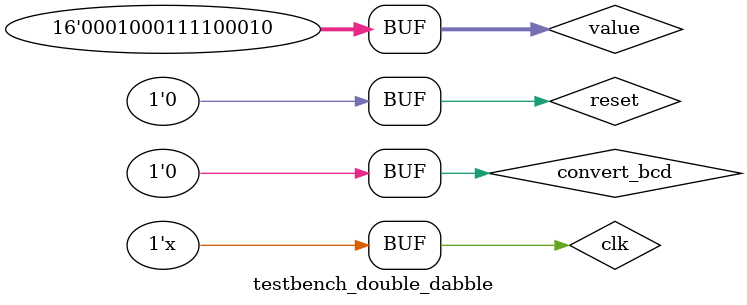
<source format=v>
`timescale 1ns/100ps
module testbench_double_dabble;
reg clk, reset, convert_bcd;
reg [15:0] value;

wire [3:0] digit_0, digit_1, digit_2, digit_3, digit_4, digit_5;

//SPI_Master SPI_Master_inst(.clk(clk), .reset(reset), .instruction(instruction), .addr(addr), .data(data), .MISO(MISO), .clkout_8mhz(clkout_8mhz), .MOSI(MOSI), .cs_new(cs_new), .master_enable(master_enable));
bin2bcd bin2bcd_init(.clk(clk), .reset(reset), .value(value), .convert_bcd(convert_bcd), .digit_0(digit_0), .digit_1(digit_1), .digit_2(digit_2), .digit_3(digit_3), .digit_4(digit_4), .digit_5(digit_5));

initial 
begin
    clk = 0;
    reset = 1;
    value = 16'd255;
    convert_bcd = 0;
    #100 reset = 0;
    //#10 value = ~value;
    #1000 convert_bcd = 1;
    #100 convert_bcd = 0;
    #1000 convert_bcd = 1;
    value = 15'd4578;
    #100 convert_bcd = 0;
end

always #5 clk = ~clk;

endmodule
</source>
